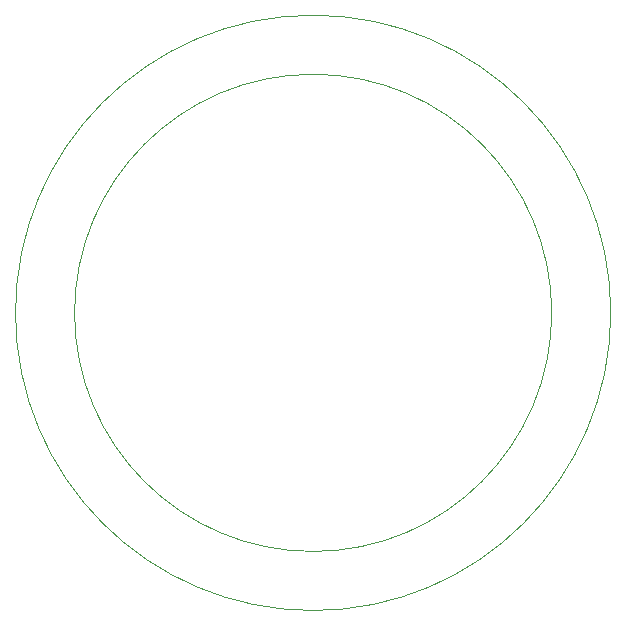
<source format=gbr>
%TF.GenerationSoftware,KiCad,Pcbnew,(6.0.1)*%
%TF.CreationDate,2023-09-23T20:48:40-04:00*%
%TF.ProjectId,PCB HEATER CUVETTE 12 WELL,50434220-4845-4415-9445-522043555645,rev?*%
%TF.SameCoordinates,Original*%
%TF.FileFunction,Profile,NP*%
%FSLAX46Y46*%
G04 Gerber Fmt 4.6, Leading zero omitted, Abs format (unit mm)*
G04 Created by KiCad (PCBNEW (6.0.1)) date 2023-09-23 20:48:40*
%MOMM*%
%LPD*%
G01*
G04 APERTURE LIST*
%TA.AperFunction,Profile*%
%ADD10C,0.100000*%
%TD*%
G04 APERTURE END LIST*
D10*
X175200002Y-100000000D02*
G75*
G03*
X175200002Y-100000000I-25200002J0D01*
G01*
X170200000Y-100000000D02*
G75*
G03*
X170200000Y-100000000I-20200000J0D01*
G01*
M02*

</source>
